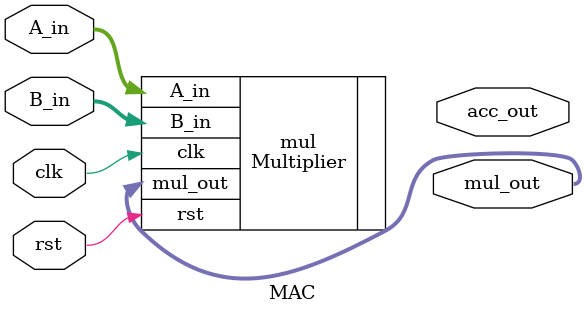
<source format=v>

module MAC #(	parameter DATA_WIDTH = 16, 
		parameter ACC_WIDTH = 40,
		parameter MUL_WIDTH = 32 )
	  (
		input [DATA_WIDTH-1: 0] A_in,
		input [DATA_WIDTH-1: 0] B_in,
		output [MUL_WIDTH-1: 0] mul_out,
		output [ACC_WIDTH-1: 0] acc_out,
		input clk,
		input rst
	  );


Multiplier #(
		.DATA_WIDTH(DATA_WIDTH),
		.MUL_WIDTH(MUL_WIDTH)
	   )mul(
		.clk(clk),
		.rst(rst),
		.A_in(A_in),
		.B_in(B_in),
		.mul_out(mul_out)
	   );

/*Accumulator #(
		.DATA_WIDTH(DATA_WIDTH),
		.ACC_WIDTH(ACC_WIDTH),
		.MUL_WIDTH(MUL_WIDTH)
	     )acc(
		.clk(clk),
		.rst(rst),
		.mul_in(mul_out),
		.acc_in(acc_out),
		.acc_out(acc_out)
		);
*/
endmodule
</source>
